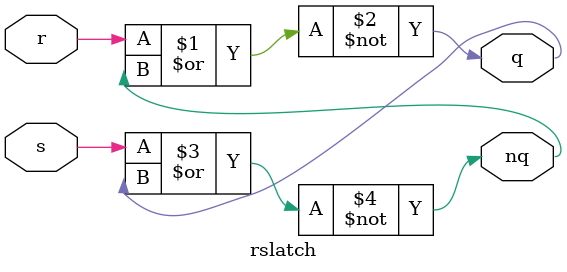
<source format=v>
module rslatch(r, s, q, nq);

	input r, s;
	output q, nq;
	wire wir1, wir2;

	assign q = ~(r | nq);
	assign nq = ~(s | q);

endmodule

</source>
